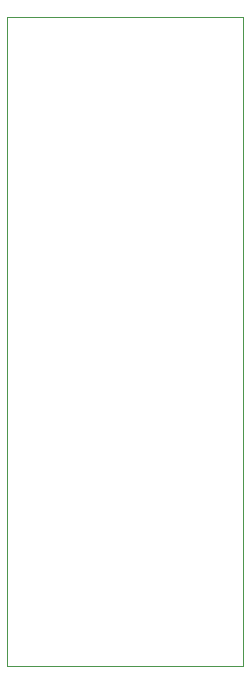
<source format=gbr>
%TF.GenerationSoftware,KiCad,Pcbnew,7.0.9*%
%TF.CreationDate,2024-09-19T11:25:21-04:00*%
%TF.ProjectId,Module_PCB,4d6f6475-6c65-45f5-9043-422e6b696361,rev?*%
%TF.SameCoordinates,Original*%
%TF.FileFunction,Profile,NP*%
%FSLAX46Y46*%
G04 Gerber Fmt 4.6, Leading zero omitted, Abs format (unit mm)*
G04 Created by KiCad (PCBNEW 7.0.9) date 2024-09-19 11:25:21*
%MOMM*%
%LPD*%
G01*
G04 APERTURE LIST*
%TA.AperFunction,Profile*%
%ADD10C,0.100000*%
%TD*%
G04 APERTURE END LIST*
D10*
X0Y0D02*
X20000000Y0D01*
X20000000Y-55000000D01*
X0Y-55000000D01*
X0Y0D01*
M02*

</source>
